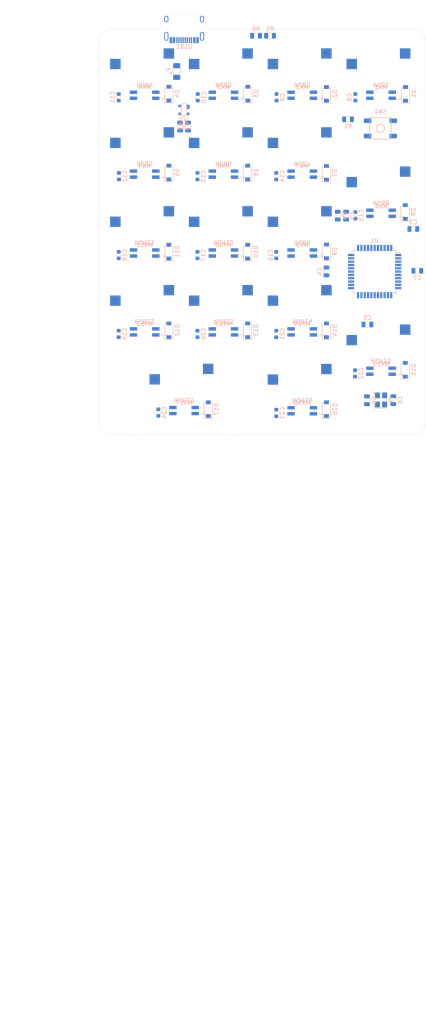
<source format=kicad_pcb>
(kicad_pcb (version 20200518) (host pcbnew "(5.99.0-1822-g1792479ca)")
  (title_block (title "Picopad") (date "2020-06-19") (rev "v01") (comment 1 "License Information: https://opensource.org/licenses/MIT") (comment 2 "License: MIT") (comment 3 "Author: Humphrey Kwok") (comment 4 "Hotswappable Cherry-MX keyboard PCB supports RGB backlights"))
  (layers (0 "F.Cu" signal) (31 "B.Cu" signal) (34 "B.Paste" user) (35 "F.Paste" user) (36 "B.SilkS" user) (37 "F.SilkS" user) (38 "B.Mask" user) (39 "F.Mask" user) (44 "Edge.Cuts" user))
  (net 0 "")
  (net 1 "GND")
  (net 2 "XTAL1")
  (net 3 "VCC")
  (net 4 "+5V")
  (net 5 "XTAL2")
  (net 6 "Net-(C7-Pad1)")
  (net 7 "Net-(D1-Pad2)")
  (net 8 "ROW0")
  (net 9 "Net-(D2-Pad2)")
  (net 10 "Net-(D3-Pad2)")
  (net 11 "Net-(D4-Pad2)")
  (net 12 "Net-(D5-Pad2)")
  (net 13 "ROW1")
  (net 14 "Net-(D6-Pad2)")
  (net 15 "Net-(D7-Pad2)")
  (net 16 "Net-(D8-Pad2)")
  (net 17 "ROW2")
  (net 18 "Net-(D9-Pad2)")
  (net 19 "Net-(D10-Pad2)")
  (net 20 "Net-(D11-Pad2)")
  (net 21 "Net-(D12-Pad2)")
  (net 22 "ROW3")
  (net 23 "Net-(D13-Pad2)")
  (net 24 "Net-(D14-Pad2)")
  (net 25 "Net-(D15-Pad2)")
  (net 26 "ROW4")
  (net 27 "Net-(D16-Pad2)")
  (net 28 "Net-(D17-Pad2)")
  (net 29 "COL0")
  (net 30 "Net-(R1-Pad2)")
  (net 31 "Net-(R2-Pad2)")
  (net 32 "D+")
  (net 33 "D-")
  (net 34 "Net-(R3-Pad1)")
  (net 35 "Net-(R4-Pad1)")
  (net 36 "Net-(R5-Pad2)")
  (net 37 "Net-(R6-Pad2)")
  (net 38 "Net-(RGB1-Pad2)")
  (net 39 "RGBLED")
  (net 40 "Net-(RGB2-Pad2)")
  (net 41 "Net-(RGB3-Pad2)")
  (net 42 "Net-(RGB4-Pad2)")
  (net 43 "Net-(RGB10-Pad2)")
  (net 44 "Net-(RGB6-Pad2)")
  (net 45 "Net-(RGB11-Pad4)")
  (net 46 "Net-(RGB7-Pad2)")
  (net 47 "Net-(RGB8-Pad2)")
  (net 48 "Net-(RGB10-Pad4)")
  (net 49 "Net-(RGB11-Pad2)")
  (net 50 "Net-(RGB12-Pad2)")
  (net 51 "Net-(RGB13-Pad2)")
  (net 52 "Net-(RGB14-Pad2)")
  (net 53 "Net-(RGB15-Pad2)")
  (net 54 "Net-(U1-Pad42)")
  (net 55 "Net-(U1-Pad41)")
  (net 56 "Net-(U1-Pad40)")
  (net 57 "Net-(U1-Pad39)")
  (net 58 "Net-(U1-Pad38)")
  (net 59 "Net-(U1-Pad37)")
  (net 60 "Net-(U1-Pad36)")
  (net 61 "Net-(U1-Pad32)")
  (net 62 "Net-(U1-Pad31)")
  (net 63 "Net-(U1-Pad30)")
  (net 64 "Net-(U1-Pad29)")
  (net 65 "Net-(U1-Pad28)")
  (net 66 "Net-(U1-Pad27)")
  (net 67 "Net-(U1-Pad26)")
  (net 68 "Net-(U1-Pad25)")
  (net 69 "Net-(U1-Pad22)")
  (net 70 "Net-(U1-Pad21)")
  (net 71 "Net-(U1-Pad20)")
  (net 72 "Net-(U1-Pad19)")
  (net 73 "Net-(U1-Pad18)")
  (net 74 "Net-(U1-Pad12)")
  (net 75 "Net-(U1-Pad10)")
  (net 76 "Net-(U1-Pad9)")
  (net 77 "Net-(U1-Pad8)")
  (net 78 "Net-(U1-Pad1)")
  (net 79 "Net-(USB1-Pad3)")
  (net 80 "Net-(USB1-Pad9)")
  (net 81 "Net-(RGB16-Pad4)")
  (net 82 "Net-(RGB17-Pad4)")
  (module "Capacitor_SMD:C_0603_1608Metric" (layer "B.Cu") (at 145.6865 140.409 90)
    (fp_text reference "C23" (at 0 1.43 90) (layer "B.SilkS") (effects (justify mirror)))
    (fp_text value "0.1uF")
    (pad "2" smd roundrect (at 0.7875 0 90) (size 0.875 0.95) (layers "B.Cu" "B.Paste" "B.Mask") (net 1 "GND"))
    (pad "1" smd roundrect (at -0.7875 0 90) (size 0.875 0.95) (layers "B.Cu" "B.Paste" "B.Mask") (net 4 "+5V"))
  )
  (module "Capacitor_SMD:C_0603_1608Metric" (layer "B.Cu") (at 117.175 140.32 90)
    (fp_text reference "C24" (at 0 1.43 90) (layer "B.SilkS") (effects (justify mirror)))
    (fp_text value "0.1uF")
    (pad "2" smd roundrect (at 0.7875 0 90) (size 0.875 0.95) (layers "B.Cu" "B.Paste" "B.Mask") (net 1 "GND"))
    (pad "1" smd roundrect (at -0.7875 0 90) (size 0.875 0.95) (layers "B.Cu" "B.Paste" "B.Mask") (net 4 "+5V"))
  )
  (module "picopad:WS2812B-3528" (layer "B.Cu") (at 123.389 139.8345 180)
    (fp_text reference "RGB17" (at 0 2.55 180 unlocked) (layer "B.SilkS") (effects (justify mirror)))
    (fp_text value "WS2812B")
    (fp_text user "1" (at -4 0.7 180 unlocked) (layer "B.SilkS") (effects (font (size 0.5 0.5) (thickness 0.05)) (justify mirror)))
    (fp_text user "GND" (at -4.572 -0.762 180 unlocked) (layer "B.SilkS") (effects (font (size 0.5 0.5) (thickness 0.05)) (justify mirror)))
    (pad "1" smd rect (at 2.7 0.73 180) (size 1.8 0.82) (layers "B.Cu" "B.Paste" "B.Mask") (net 4 "+5V"))
    (pad "2" smd rect (at 2.7 -0.73 180) (size 1.8 0.82) (layers "B.Cu" "B.Paste" "B.Mask") (net 81 "Net-(RGB16-Pad4)"))
    (pad "3" smd rect (at -2.7 -0.73 180) (size 1.8 0.82) (layers "B.Cu" "B.Paste" "B.Mask") (net 1 "GND"))
    (pad "4" smd rect (at -2.7 0.73 180) (size 1.8 0.82) (layers "B.Cu" "B.Paste" "B.Mask") (net 82 "Net-(RGB17-Pad4)"))
  )
  (module "picopad:WS2812B-3528" (layer "B.Cu") (at 151.964 139.8845 180)
    (fp_text reference "RGB16" (at 0 2.55 180 unlocked) (layer "B.SilkS") (effects (justify mirror)))
    (fp_text value "WS2812B")
    (fp_text user "1" (at -4 0.7 180 unlocked) (layer "B.SilkS") (effects (font (size 0.5 0.5) (thickness 0.05)) (justify mirror)))
    (fp_text user "GND" (at -4.572 -0.762 180 unlocked) (layer "B.SilkS") (effects (font (size 0.5 0.5) (thickness 0.05)) (justify mirror)))
    (pad "1" smd rect (at 2.7 0.73 180) (size 1.8 0.82) (layers "B.Cu" "B.Paste" "B.Mask") (net 4 "+5V"))
    (pad "2" smd rect (at 2.7 -0.73 180) (size 1.8 0.82) (layers "B.Cu" "B.Paste" "B.Mask") (net 53 "Net-(RGB15-Pad2)"))
    (pad "3" smd rect (at -2.7 -0.73 180) (size 1.8 0.82) (layers "B.Cu" "B.Paste" "B.Mask") (net 1 "GND"))
    (pad "4" smd rect (at -2.7 0.73 180) (size 1.8 0.82) (layers "B.Cu" "B.Paste" "B.Mask") (net 81 "Net-(RGB16-Pad4)"))
  )
  (module "picopad:WS2812B-3528" (layer "B.Cu") (at 171.014 130.3345 180)
    (fp_text reference "RGB15" (at 0 2.55 180 unlocked) (layer "B.SilkS") (effects (justify mirror)))
    (fp_text value "WS2812B")
    (fp_text user "1" (at -4 0.7 180 unlocked) (layer "B.SilkS") (effects (font (size 0.5 0.5) (thickness 0.05)) (justify mirror)))
    (fp_text user "GND" (at -4.572 -0.762 180 unlocked) (layer "B.SilkS") (effects (font (size 0.5 0.5) (thickness 0.05)) (justify mirror)))
    (pad "1" smd rect (at 2.7 0.73 180) (size 1.8 0.82) (layers "B.Cu" "B.Paste" "B.Mask") (net 4 "+5V"))
    (pad "2" smd rect (at 2.7 -0.73 180) (size 1.8 0.82) (layers "B.Cu" "B.Paste" "B.Mask") (net 53 "Net-(RGB15-Pad2)"))
    (pad "3" smd rect (at -2.7 -0.73 180) (size 1.8 0.82) (layers "B.Cu" "B.Paste" "B.Mask") (net 1 "GND"))
    (pad "4" smd rect (at -2.7 0.73 180) (size 1.8 0.82) (layers "B.Cu" "B.Paste" "B.Mask") (net 52 "Net-(RGB14-Pad2)"))
  )
  (module "picopad:WS2812B-3528" (layer "B.Cu") (at 151.964 120.8345 180)
    (fp_text reference "RGB14" (at 0 2.55 180 unlocked) (layer "B.SilkS") (effects (justify mirror)))
    (fp_text value "WS2812B")
    (fp_text user "1" (at -4 0.7 180 unlocked) (layer "B.SilkS") (effects (font (size 0.5 0.5) (thickness 0.05)) (justify mirror)))
    (fp_text user "GND" (at -4.572 -0.762 180 unlocked) (layer "B.SilkS") (effects (font (size 0.5 0.5) (thickness 0.05)) (justify mirror)))
    (pad "1" smd rect (at 2.7 0.73 180) (size 1.8 0.82) (layers "B.Cu" "B.Paste" "B.Mask") (net 4 "+5V"))
    (pad "2" smd rect (at 2.7 -0.73 180) (size 1.8 0.82) (layers "B.Cu" "B.Paste" "B.Mask") (net 52 "Net-(RGB14-Pad2)"))
    (pad "3" smd rect (at -2.7 -0.73 180) (size 1.8 0.82) (layers "B.Cu" "B.Paste" "B.Mask") (net 1 "GND"))
    (pad "4" smd rect (at -2.7 0.73 180) (size 1.8 0.82) (layers "B.Cu" "B.Paste" "B.Mask") (net 51 "Net-(RGB13-Pad2)"))
  )
  (module "picopad:WS2812B-3528" (layer "B.Cu") (at 132.914 120.8345 180)
    (fp_text reference "RGB13" (at 0 2.55 180 unlocked) (layer "B.SilkS") (effects (justify mirror)))
    (fp_text value "WS2812B")
    (fp_text user "1" (at -4 0.7 180 unlocked) (layer "B.SilkS") (effects (font (size 0.5 0.5) (thickness 0.05)) (justify mirror)))
    (fp_text user "GND" (at -4.572 -0.762 180 unlocked) (layer "B.SilkS") (effects (font (size 0.5 0.5) (thickness 0.05)) (justify mirror)))
    (pad "1" smd rect (at 2.7 0.73 180) (size 1.8 0.82) (layers "B.Cu" "B.Paste" "B.Mask") (net 4 "+5V"))
    (pad "2" smd rect (at 2.7 -0.73 180) (size 1.8 0.82) (layers "B.Cu" "B.Paste" "B.Mask") (net 51 "Net-(RGB13-Pad2)"))
    (pad "3" smd rect (at -2.7 -0.73 180) (size 1.8 0.82) (layers "B.Cu" "B.Paste" "B.Mask") (net 1 "GND"))
    (pad "4" smd rect (at -2.7 0.73 180) (size 1.8 0.82) (layers "B.Cu" "B.Paste" "B.Mask") (net 50 "Net-(RGB12-Pad2)"))
  )
  (module "picopad:WS2812B-3528" (layer "B.Cu") (at 113.864 120.8345 180)
    (fp_text reference "RGB12" (at 0 2.55 180 unlocked) (layer "B.SilkS") (effects (justify mirror)))
    (fp_text value "WS2812B")
    (fp_text user "1" (at -4 0.7 180 unlocked) (layer "B.SilkS") (effects (font (size 0.5 0.5) (thickness 0.05)) (justify mirror)))
    (fp_text user "GND" (at -4.572 -0.762 180 unlocked) (layer "B.SilkS") (effects (font (size 0.5 0.5) (thickness 0.05)) (justify mirror)))
    (pad "1" smd rect (at 2.7 0.73 180) (size 1.8 0.82) (layers "B.Cu" "B.Paste" "B.Mask") (net 4 "+5V"))
    (pad "2" smd rect (at 2.7 -0.73 180) (size 1.8 0.82) (layers "B.Cu" "B.Paste" "B.Mask") (net 50 "Net-(RGB12-Pad2)"))
    (pad "3" smd rect (at -2.7 -0.73 180) (size 1.8 0.82) (layers "B.Cu" "B.Paste" "B.Mask") (net 1 "GND"))
    (pad "4" smd rect (at -2.7 0.73 180) (size 1.8 0.82) (layers "B.Cu" "B.Paste" "B.Mask") (net 49 "Net-(RGB11-Pad2)"))
  )
  (module "picopad:WS2812B-3528" (layer "B.Cu") (at 113.864 101.7845 180)
    (fp_text reference "RGB11" (at 0 2.55 180 unlocked) (layer "B.SilkS") (effects (justify mirror)))
    (fp_text value "WS2812B")
    (fp_text user "1" (at -4 0.7 180 unlocked) (layer "B.SilkS") (effects (font (size 0.5 0.5) (thickness 0.05)) (justify mirror)))
    (fp_text user "GND" (at -4.572 -0.762 180 unlocked) (layer "B.SilkS") (effects (font (size 0.5 0.5) (thickness 0.05)) (justify mirror)))
    (pad "1" smd rect (at 2.7 0.73 180) (size 1.8 0.82) (layers "B.Cu" "B.Paste" "B.Mask") (net 4 "+5V"))
    (pad "2" smd rect (at 2.7 -0.73 180) (size 1.8 0.82) (layers "B.Cu" "B.Paste" "B.Mask") (net 49 "Net-(RGB11-Pad2)"))
    (pad "3" smd rect (at -2.7 -0.73 180) (size 1.8 0.82) (layers "B.Cu" "B.Paste" "B.Mask") (net 1 "GND"))
    (pad "4" smd rect (at -2.7 0.73 180) (size 1.8 0.82) (layers "B.Cu" "B.Paste" "B.Mask") (net 45 "Net-(RGB11-Pad4)"))
  )
  (module "picopad:WS2812B-3528" (layer "B.Cu") (at 132.914 101.7845 180)
    (fp_text reference "RGB10" (at 0 2.55 180 unlocked) (layer "B.SilkS") (effects (justify mirror)))
    (fp_text value "WS2812B")
    (fp_text user "1" (at -4 0.7 180 unlocked) (layer "B.SilkS") (effects (font (size 0.5 0.5) (thickness 0.05)) (justify mirror)))
    (fp_text user "GND" (at -4.572 -0.762 180 unlocked) (layer "B.SilkS") (effects (font (size 0.5 0.5) (thickness 0.05)) (justify mirror)))
    (pad "1" smd rect (at 2.7 0.73 180) (size 1.8 0.82) (layers "B.Cu" "B.Paste" "B.Mask") (net 4 "+5V"))
    (pad "2" smd rect (at 2.7 -0.73 180) (size 1.8 0.82) (layers "B.Cu" "B.Paste" "B.Mask") (net 43 "Net-(RGB10-Pad2)"))
    (pad "3" smd rect (at -2.7 -0.73 180) (size 1.8 0.82) (layers "B.Cu" "B.Paste" "B.Mask") (net 1 "GND"))
    (pad "4" smd rect (at -2.7 0.73 180) (size 1.8 0.82) (layers "B.Cu" "B.Paste" "B.Mask") (net 48 "Net-(RGB10-Pad4)"))
  )
  (module "picopad:WS2812B-3528" (layer "B.Cu") (at 151.964 101.7845 180)
    (fp_text reference "RGB9" (at 0 2.55 180 unlocked) (layer "B.SilkS") (effects (justify mirror)))
    (fp_text value "WS2812B")
    (fp_text user "1" (at -4 0.7 180 unlocked) (layer "B.SilkS") (effects (font (size 0.5 0.5) (thickness 0.05)) (justify mirror)))
    (fp_text user "GND" (at -4.572 -0.762 180 unlocked) (layer "B.SilkS") (effects (font (size 0.5 0.5) (thickness 0.05)) (justify mirror)))
    (pad "1" smd rect (at 2.7 0.73 180) (size 1.8 0.82) (layers "B.Cu" "B.Paste" "B.Mask") (net 4 "+5V"))
    (pad "2" smd rect (at 2.7 -0.73 180) (size 1.8 0.82) (layers "B.Cu" "B.Paste" "B.Mask") (net 48 "Net-(RGB10-Pad4)"))
    (pad "3" smd rect (at -2.7 -0.73 180) (size 1.8 0.82) (layers "B.Cu" "B.Paste" "B.Mask") (net 1 "GND"))
    (pad "4" smd rect (at -2.7 0.73 180) (size 1.8 0.82) (layers "B.Cu" "B.Paste" "B.Mask") (net 47 "Net-(RGB8-Pad2)"))
  )
  (module "picopad:WS2812B-3528" (layer "B.Cu") (at 171.014 92.1845 180)
    (fp_text reference "RGB8" (at 0 2.55 180 unlocked) (layer "B.SilkS") (effects (justify mirror)))
    (fp_text value "WS2812B")
    (fp_text user "1" (at -4 0.7 180 unlocked) (layer "B.SilkS") (effects (font (size 0.5 0.5) (thickness 0.05)) (justify mirror)))
    (fp_text user "GND" (at -4.572 -0.762 180 unlocked) (layer "B.SilkS") (effects (font (size 0.5 0.5) (thickness 0.05)) (justify mirror)))
    (pad "1" smd rect (at 2.7 0.73 180) (size 1.8 0.82) (layers "B.Cu" "B.Paste" "B.Mask") (net 4 "+5V"))
    (pad "2" smd rect (at 2.7 -0.73 180) (size 1.8 0.82) (layers "B.Cu" "B.Paste" "B.Mask") (net 47 "Net-(RGB8-Pad2)"))
    (pad "3" smd rect (at -2.7 -0.73 180) (size 1.8 0.82) (layers "B.Cu" "B.Paste" "B.Mask") (net 1 "GND"))
    (pad "4" smd rect (at -2.7 0.73 180) (size 1.8 0.82) (layers "B.Cu" "B.Paste" "B.Mask") (net 46 "Net-(RGB7-Pad2)"))
  )
  (module "picopad:WS2812B-3528" (layer "B.Cu") (at 151.964 82.7345 180)
    (fp_text reference "RGB7" (at 0 2.55 180 unlocked) (layer "B.SilkS") (effects (justify mirror)))
    (fp_text value "WS2812B")
    (fp_text user "1" (at -4 0.7 180 unlocked) (layer "B.SilkS") (effects (font (size 0.5 0.5) (thickness 0.05)) (justify mirror)))
    (fp_text user "GND" (at -4.572 -0.762 180 unlocked) (layer "B.SilkS") (effects (font (size 0.5 0.5) (thickness 0.05)) (justify mirror)))
    (pad "1" smd rect (at 2.7 0.73 180) (size 1.8 0.82) (layers "B.Cu" "B.Paste" "B.Mask") (net 4 "+5V"))
    (pad "2" smd rect (at 2.7 -0.73 180) (size 1.8 0.82) (layers "B.Cu" "B.Paste" "B.Mask") (net 46 "Net-(RGB7-Pad2)"))
    (pad "3" smd rect (at -2.7 -0.73 180) (size 1.8 0.82) (layers "B.Cu" "B.Paste" "B.Mask") (net 1 "GND"))
    (pad "4" smd rect (at -2.7 0.73 180) (size 1.8 0.82) (layers "B.Cu" "B.Paste" "B.Mask") (net 44 "Net-(RGB6-Pad2)"))
  )
  (module "picopad:WS2812B-3528" (layer "B.Cu") (at 132.914 82.7345 180)
    (fp_text reference "RGB6" (at 0 2.55 180 unlocked) (layer "B.SilkS") (effects (justify mirror)))
    (fp_text value "WS2812B")
    (fp_text user "1" (at -4 0.7 180 unlocked) (layer "B.SilkS") (effects (font (size 0.5 0.5) (thickness 0.05)) (justify mirror)))
    (fp_text user "GND" (at -4.572 -0.762 180 unlocked) (layer "B.SilkS") (effects (font (size 0.5 0.5) (thickness 0.05)) (justify mirror)))
    (pad "1" smd rect (at 2.7 0.73 180) (size 1.8 0.82) (layers "B.Cu" "B.Paste" "B.Mask") (net 4 "+5V"))
    (pad "2" smd rect (at 2.7 -0.73 180) (size 1.8 0.82) (layers "B.Cu" "B.Paste" "B.Mask") (net 44 "Net-(RGB6-Pad2)"))
    (pad "3" smd rect (at -2.7 -0.73 180) (size 1.8 0.82) (layers "B.Cu" "B.Paste" "B.Mask") (net 1 "GND"))
    (pad "4" smd rect (at -2.7 0.73 180) (size 1.8 0.82) (layers "B.Cu" "B.Paste" "B.Mask") (net 45 "Net-(RGB11-Pad4)"))
  )
  (module "picopad:WS2812B-3528" (layer "B.Cu") (at 113.864 82.7345 180)
    (fp_text reference "RGB5" (at 0 2.55 180 unlocked) (layer "B.SilkS") (effects (justify mirror)))
    (fp_text value "WS2812B")
    (fp_text user "1" (at -4 0.7 180 unlocked) (layer "B.SilkS") (effects (font (size 0.5 0.5) (thickness 0.05)) (justify mirror)))
    (fp_text user "GND" (at -4.572 -0.762 180 unlocked) (layer "B.SilkS") (effects (font (size 0.5 0.5) (thickness 0.05)) (justify mirror)))
    (pad "1" smd rect (at 2.7 0.73 180) (size 1.8 0.82) (layers "B.Cu" "B.Paste" "B.Mask") (net 4 "+5V"))
    (pad "2" smd rect (at 2.7 -0.73 180) (size 1.8 0.82) (layers "B.Cu" "B.Paste" "B.Mask") (net 43 "Net-(RGB10-Pad2)"))
    (pad "3" smd rect (at -2.7 -0.73 180) (size 1.8 0.82) (layers "B.Cu" "B.Paste" "B.Mask") (net 1 "GND"))
    (pad "4" smd rect (at -2.7 0.73 180) (size 1.8 0.82) (layers "B.Cu" "B.Paste" "B.Mask") (net 42 "Net-(RGB4-Pad2)"))
  )
  (module "picopad:WS2812B-3528" (layer "B.Cu") (at 113.864 63.6845 180)
    (fp_text reference "RGB4" (at 0 2.55 180 unlocked) (layer "B.SilkS") (effects (justify mirror)))
    (fp_text value "WS2812B")
    (fp_text user "1" (at -4 0.7 180 unlocked) (layer "B.SilkS") (effects (font (size 0.5 0.5) (thickness 0.05)) (justify mirror)))
    (fp_text user "GND" (at -4.572 -0.762 180 unlocked) (layer "B.SilkS") (effects (font (size 0.5 0.5) (thickness 0.05)) (justify mirror)))
    (pad "1" smd rect (at 2.7 0.73 180) (size 1.8 0.82) (layers "B.Cu" "B.Paste" "B.Mask") (net 4 "+5V"))
    (pad "2" smd rect (at 2.7 -0.73 180) (size 1.8 0.82) (layers "B.Cu" "B.Paste" "B.Mask") (net 42 "Net-(RGB4-Pad2)"))
    (pad "3" smd rect (at -2.7 -0.73 180) (size 1.8 0.82) (layers "B.Cu" "B.Paste" "B.Mask") (net 1 "GND"))
    (pad "4" smd rect (at -2.7 0.73 180) (size 1.8 0.82) (layers "B.Cu" "B.Paste" "B.Mask") (net 41 "Net-(RGB3-Pad2)"))
  )
  (module "picopad:WS2812B-3528" (layer "B.Cu") (at 132.914 63.6845 180)
    (fp_text reference "RGB3" (at 0 2.55 180 unlocked) (layer "B.SilkS") (effects (justify mirror)))
    (fp_text value "WS2812B")
    (fp_text user "1" (at -4 0.7 180 unlocked) (layer "B.SilkS") (effects (font (size 0.5 0.5) (thickness 0.05)) (justify mirror)))
    (fp_text user "GND" (at -4.572 -0.762 180 unlocked) (layer "B.SilkS") (effects (font (size 0.5 0.5) (thickness 0.05)) (justify mirror)))
    (pad "1" smd rect (at 2.7 0.73 180) (size 1.8 0.82) (layers "B.Cu" "B.Paste" "B.Mask") (net 4 "+5V"))
    (pad "2" smd rect (at 2.7 -0.73 180) (size 1.8 0.82) (layers "B.Cu" "B.Paste" "B.Mask") (net 41 "Net-(RGB3-Pad2)"))
    (pad "3" smd rect (at -2.7 -0.73 180) (size 1.8 0.82) (layers "B.Cu" "B.Paste" "B.Mask") (net 1 "GND"))
    (pad "4" smd rect (at -2.7 0.73 180) (size 1.8 0.82) (layers "B.Cu" "B.Paste" "B.Mask") (net 40 "Net-(RGB2-Pad2)"))
  )
  (module "picopad:WS2812B-3528" (layer "B.Cu") (at 151.964 63.6845 180)
    (fp_text reference "RGB2" (at 0 2.55 180 unlocked) (layer "B.SilkS") (effects (justify mirror)))
    (fp_text value "WS2812B")
    (fp_text user "1" (at -4 0.7 180 unlocked) (layer "B.SilkS") (effects (font (size 0.5 0.5) (thickness 0.05)) (justify mirror)))
    (fp_text user "GND" (at -4.572 -0.762 180 unlocked) (layer "B.SilkS") (effects (font (size 0.5 0.5) (thickness 0.05)) (justify mirror)))
    (pad "1" smd rect (at 2.7 0.73 180) (size 1.8 0.82) (layers "B.Cu" "B.Paste" "B.Mask") (net 4 "+5V"))
    (pad "2" smd rect (at 2.7 -0.73 180) (size 1.8 0.82) (layers "B.Cu" "B.Paste" "B.Mask") (net 40 "Net-(RGB2-Pad2)"))
    (pad "3" smd rect (at -2.7 -0.73 180) (size 1.8 0.82) (layers "B.Cu" "B.Paste" "B.Mask") (net 1 "GND"))
    (pad "4" smd rect (at -2.7 0.73 180) (size 1.8 0.82) (layers "B.Cu" "B.Paste" "B.Mask") (net 38 "Net-(RGB1-Pad2)"))
  )
  (module "picopad:WS2812B-3528" (layer "B.Cu") (at 171.014 63.6845 180)
    (fp_text reference "RGB1" (at 0 2.55 180 unlocked) (layer "B.SilkS") (effects (justify mirror)))
    (fp_text value "WS2812B")
    (fp_text user "1" (at -4 0.7 180 unlocked) (layer "B.SilkS") (effects (font (size 0.5 0.5) (thickness 0.05)) (justify mirror)))
    (fp_text user "GND" (at -4.572 -0.762 180 unlocked) (layer "B.SilkS") (effects (font (size 0.5 0.5) (thickness 0.05)) (justify mirror)))
    (pad "1" smd rect (at 2.7 0.73 180) (size 1.8 0.82) (layers "B.Cu" "B.Paste" "B.Mask") (net 4 "+5V"))
    (pad "2" smd rect (at 2.7 -0.73 180) (size 1.8 0.82) (layers "B.Cu" "B.Paste" "B.Mask") (net 38 "Net-(RGB1-Pad2)"))
    (pad "3" smd rect (at -2.7 -0.73 180) (size 1.8 0.82) (layers "B.Cu" "B.Paste" "B.Mask") (net 1 "GND"))
    (pad "4" smd rect (at -2.7 0.73 180) (size 1.8 0.82) (layers "B.Cu" "B.Paste" "B.Mask") (net 39 "RGBLED"))
  )
  (module "Crystal:Crystal_SMD_3225-4Pin_3.2x2.5mm" (layer "B.Cu") (at 171.0119 137.257727 90)
    (fp_text reference "Y1" (at 0 2.45 90) (layer "B.SilkS") (effects (justify mirror)))
    (fp_text value "16MHz")
    (pad "4" smd rect (at -1.1 0.85 90) (size 1.4 1.2) (layers "B.Cu" "B.Paste" "B.Mask") (net 1 "GND"))
    (pad "3" smd rect (at 1.1 0.85 90) (size 1.4 1.2) (layers "B.Cu" "B.Paste" "B.Mask") (net 5 "XTAL2"))
    (pad "2" smd rect (at 1.1 -0.85 90) (size 1.4 1.2) (layers "B.Cu" "B.Paste" "B.Mask") (net 1 "GND"))
    (pad "1" smd rect (at -1.1 -0.85 90) (size 1.4 1.2) (layers "B.Cu" "B.Paste" "B.Mask") (net 2 "XTAL1"))
  )
  (module "Type-C:HRO-TYPE-C-31-M-12" (layer "B.Cu") (at 123.414 42.6845)
    (fp_text reference "USB1" (at 0 9.25) (layer "B.SilkS") (effects (justify mirror)))
    (fp_text value "HRO-TYPE-C-31-M-12")
    (pad "12" smd rect (at 3.225 7.695) (size 0.6 1.45) (layers "B.Cu" "B.Paste" "B.Mask") (net 1 "GND"))
    (pad "1" smd rect (at -3.225 7.695) (size 0.6 1.45) (layers "B.Cu" "B.Paste" "B.Mask") (net 1 "GND"))
    (pad "11" smd rect (at 2.45 7.695) (size 0.6 1.45) (layers "B.Cu" "B.Paste" "B.Mask") (net 3 "VCC"))
    (pad "2" smd rect (at -2.45 7.695) (size 0.6 1.45) (layers "B.Cu" "B.Paste" "B.Mask") (net 3 "VCC"))
    (pad "3" smd rect (at -1.75 7.695) (size 0.3 1.45) (layers "B.Cu" "B.Paste" "B.Mask") (net 79 "Net-(USB1-Pad3)"))
    (pad "10" smd rect (at 1.75 7.695) (size 0.3 1.45) (layers "B.Cu" "B.Paste" "B.Mask") (net 37 "Net-(R6-Pad2)"))
    (pad "4" smd rect (at -1.25 7.695) (size 0.3 1.45) (layers "B.Cu" "B.Paste" "B.Mask") (net 36 "Net-(R5-Pad2)"))
    (pad "9" smd rect (at 1.25 7.695) (size 0.3 1.45) (layers "B.Cu" "B.Paste" "B.Mask") (net 80 "Net-(USB1-Pad9)"))
    (pad "5" smd rect (at -0.75 7.695) (size 0.3 1.45) (layers "B.Cu" "B.Paste" "B.Mask") (net 33 "D-"))
    (pad "8" smd rect (at 0.75 7.695) (size 0.3 1.45) (layers "B.Cu" "B.Paste" "B.Mask") (net 32 "D+"))
    (pad "7" smd rect (at 0.25 7.695) (size 0.3 1.45) (layers "B.Cu" "B.Paste" "B.Mask") (net 33 "D-"))
    (pad "6" smd rect (at -0.25 7.695) (size 0.3 1.45) (layers "B.Cu" "B.Paste" "B.Mask") (net 32 "D+"))
    (pad "" np_thru_hole circle (at 2.89 6.25) (size 0.65 0.65) (drill 0.65) (layers *.Cu *.Mask))
    (pad "" np_thru_hole circle (at -2.89 6.25) (size 0.65 0.65) (drill 0.65) (layers *.Cu *.Mask))
    (pad "13" thru_hole oval (at -4.32 6.78) (size 1 2.1) (drill oval 0.6 1.7) (layers *.Cu "F.Mask") (net 1 "GND"))
    (pad "13" thru_hole oval (at 4.32 6.78) (size 1 2.1) (drill oval 0.6 1.7) (layers *.Cu "F.Mask") (net 1 "GND"))
    (pad "13" thru_hole oval (at -4.32 2.6) (size 1 1.6) (drill oval 0.6 1.2) (layers *.Cu "F.Mask") (net 1 "GND"))
    (pad "13" thru_hole oval (at 4.32 2.6) (size 1 1.6) (drill oval 0.6 1.2) (layers *.Cu "F.Mask") (net 1 "GND"))
  )
  (module "Random-keyboard-parts:SOT143B" (layer "B.Cu") (at 123.3726 67.2315 180)
    (fp_text reference "U2" (at 0 -2.45) (layer "B.SilkS") (effects (justify mirror)))
    (fp_text value "PRTR5V0U2X")
    (pad "1" smd rect (at -1 0.75 270) (size 1 0.7) (layers "B.Cu" "B.Paste" "B.Mask") (net 1 "GND"))
    (pad "4" smd rect (at 1 0.95 270) (size 0.6 0.7) (layers "B.Cu" "B.Paste" "B.Mask") (net 3 "VCC"))
    (pad "2" smd rect (at -1 -0.95 270) (size 0.6 0.7) (layers "B.Cu" "B.Paste" "B.Mask") (net 32 "D+"))
    (pad "3" smd rect (at 1 -0.95 270) (size 0.6 0.7) (layers "B.Cu" "B.Paste" "B.Mask") (net 33 "D-"))
  )
  (module "Package_QFP:TQFP-44_10x10mm_P0.8mm" (layer "B.Cu") (at 169.4736 106.2713 180)
    (fp_text reference "U1" (at 0 7.45) (layer "B.SilkS") (effects (justify mirror)))
    (fp_text value "ATmega32U4-AU")
    (pad "44" smd rect (at -4 5.7 90) (size 1.5 0.55) (layers "B.Cu" "B.Paste" "B.Mask") (net 4 "+5V"))
    (pad "43" smd rect (at -3.2 5.7 90) (size 1.5 0.55) (layers "B.Cu" "B.Paste" "B.Mask") (net 1 "GND"))
    (pad "42" smd rect (at -2.4 5.7 90) (size 1.5 0.55) (layers "B.Cu" "B.Paste" "B.Mask") (net 54 "Net-(U1-Pad42)"))
    (pad "41" smd rect (at -1.6 5.7 90) (size 1.5 0.55) (layers "B.Cu" "B.Paste" "B.Mask") (net 55 "Net-(U1-Pad41)"))
    (pad "40" smd rect (at -0.8 5.7 90) (size 1.5 0.55) (layers "B.Cu" "B.Paste" "B.Mask") (net 56 "Net-(U1-Pad40)"))
    (pad "39" smd rect (at 0 5.7 90) (size 1.5 0.55) (layers "B.Cu" "B.Paste" "B.Mask") (net 57 "Net-(U1-Pad39)"))
    (pad "38" smd rect (at 0.8 5.7 90) (size 1.5 0.55) (layers "B.Cu" "B.Paste" "B.Mask") (net 58 "Net-(U1-Pad38)"))
    (pad "37" smd rect (at 1.6 5.7 90) (size 1.5 0.55) (layers "B.Cu" "B.Paste" "B.Mask") (net 59 "Net-(U1-Pad37)"))
    (pad "36" smd rect (at 2.4 5.7 90) (size 1.5 0.55) (layers "B.Cu" "B.Paste" "B.Mask") (net 60 "Net-(U1-Pad36)"))
    (pad "35" smd rect (at 3.2 5.7 90) (size 1.5 0.55) (layers "B.Cu" "B.Paste" "B.Mask") (net 1 "GND"))
    (pad "34" smd rect (at 4 5.7 90) (size 1.5 0.55) (layers "B.Cu" "B.Paste" "B.Mask") (net 4 "+5V"))
    (pad "33" smd rect (at 5.7 4 180) (size 1.5 0.55) (layers "B.Cu" "B.Paste" "B.Mask") (net 35 "Net-(R4-Pad1)"))
    (pad "32" smd rect (at 5.7 3.2 180) (size 1.5 0.55) (layers "B.Cu" "B.Paste" "B.Mask") (net 61 "Net-(U1-Pad32)"))
    (pad "31" smd rect (at 5.7 2.4 180) (size 1.5 0.55) (layers "B.Cu" "B.Paste" "B.Mask") (net 62 "Net-(U1-Pad31)"))
    (pad "30" smd rect (at 5.7 1.6 180) (size 1.5 0.55) (layers "B.Cu" "B.Paste" "B.Mask") (net 63 "Net-(U1-Pad30)"))
    (pad "29" smd rect (at 5.7 0.8 180) (size 1.5 0.55) (layers "B.Cu" "B.Paste" "B.Mask") (net 64 "Net-(U1-Pad29)"))
    (pad "28" smd rect (at 5.7 0 180) (size 1.5 0.55) (layers "B.Cu" "B.Paste" "B.Mask") (net 65 "Net-(U1-Pad28)"))
    (pad "27" smd rect (at 5.7 -0.8 180) (size 1.5 0.55) (layers "B.Cu" "B.Paste" "B.Mask") (net 66 "Net-(U1-Pad27)"))
    (pad "26" smd rect (at 5.7 -1.6 180) (size 1.5 0.55) (layers "B.Cu" "B.Paste" "B.Mask") (net 67 "Net-(U1-Pad26)"))
    (pad "25" smd rect (at 5.7 -2.4 180) (size 1.5 0.55) (layers "B.Cu" "B.Paste" "B.Mask") (net 68 "Net-(U1-Pad25)"))
    (pad "24" smd rect (at 5.7 -3.2 180) (size 1.5 0.55) (layers "B.Cu" "B.Paste" "B.Mask") (net 4 "+5V"))
    (pad "23" smd rect (at 5.7 -4 180) (size 1.5 0.55) (layers "B.Cu" "B.Paste" "B.Mask") (net 1 "GND"))
    (pad "22" smd rect (at 4 -5.7 90) (size 1.5 0.55) (layers "B.Cu" "B.Paste" "B.Mask") (net 69 "Net-(U1-Pad22)"))
    (pad "21" smd rect (at 3.2 -5.7 90) (size 1.5 0.55) (layers "B.Cu" "B.Paste" "B.Mask") (net 70 "Net-(U1-Pad21)"))
    (pad "20" smd rect (at 2.4 -5.7 90) (size 1.5 0.55) (layers "B.Cu" "B.Paste" "B.Mask") (net 71 "Net-(U1-Pad20)"))
    (pad "19" smd rect (at 1.6 -5.7 90) (size 1.5 0.55) (layers "B.Cu" "B.Paste" "B.Mask") (net 72 "Net-(U1-Pad19)"))
    (pad "18" smd rect (at 0.8 -5.7 90) (size 1.5 0.55) (layers "B.Cu" "B.Paste" "B.Mask") (net 73 "Net-(U1-Pad18)"))
    (pad "17" smd rect (at 0 -5.7 90) (size 1.5 0.55) (layers "B.Cu" "B.Paste" "B.Mask") (net 2 "XTAL1"))
    (pad "16" smd rect (at -0.8 -5.7 90) (size 1.5 0.55) (layers "B.Cu" "B.Paste" "B.Mask") (net 5 "XTAL2"))
    (pad "15" smd rect (at -1.6 -5.7 90) (size 1.5 0.55) (layers "B.Cu" "B.Paste" "B.Mask") (net 1 "GND"))
    (pad "14" smd rect (at -2.4 -5.7 90) (size 1.5 0.55) (layers "B.Cu" "B.Paste" "B.Mask") (net 4 "+5V"))
    (pad "13" smd rect (at -3.2 -5.7 90) (size 1.5 0.55) (layers "B.Cu" "B.Paste" "B.Mask") (net 30 "Net-(R1-Pad2)"))
    (pad "12" smd rect (at -4 -5.7 90) (size 1.5 0.55) (layers "B.Cu" "B.Paste" "B.Mask") (net 74 "Net-(U1-Pad12)"))
    (pad "11" smd rect (at -5.7 -4 180) (size 1.5 0.55) (layers "B.Cu" "B.Paste" "B.Mask") (net 39 "RGBLED"))
    (pad "10" smd rect (at -5.7 -3.2 180) (size 1.5 0.55) (layers "B.Cu" "B.Paste" "B.Mask") (net 75 "Net-(U1-Pad10)"))
    (pad "9" smd rect (at -5.7 -2.4 180) (size 1.5 0.55) (layers "B.Cu" "B.Paste" "B.Mask") (net 76 "Net-(U1-Pad9)"))
    (pad "8" smd rect (at -5.7 -1.6 180) (size 1.5 0.55) (layers "B.Cu" "B.Paste" "B.Mask") (net 77 "Net-(U1-Pad8)"))
    (pad "7" smd rect (at -5.7 -0.8 180) (size 1.5 0.55) (layers "B.Cu" "B.Paste" "B.Mask") (net 4 "+5V"))
    (pad "6" smd rect (at -5.7 0 180) (size 1.5 0.55) (layers "B.Cu" "B.Paste" "B.Mask") (net 6 "Net-(C7-Pad1)"))
    (pad "5" smd rect (at -5.7 0.8 180) (size 1.5 0.55) (layers "B.Cu" "B.Paste" "B.Mask") (net 1 "GND"))
    (pad "4" smd rect (at -5.7 1.6 180) (size 1.5 0.55) (layers "B.Cu" "B.Paste" "B.Mask") (net 31 "Net-(R2-Pad2)"))
    (pad "3" smd rect (at -5.7 2.4 180) (size 1.5 0.55) (layers "B.Cu" "B.Paste" "B.Mask") (net 34 "Net-(R3-Pad1)"))
    (pad "2" smd rect (at -5.7 3.2 180) (size 1.5 0.55) (layers "B.Cu" "B.Paste" "B.Mask") (net 4 "+5V"))
    (pad "1" smd rect (at -5.7 4 180) (size 1.5 0.55) (layers "B.Cu" "B.Paste" "B.Mask") (net 78 "Net-(U1-Pad1)"))
  )
  (module "Random-keyboard-parts:SKQG-1155865" (layer "B.Cu") (at 170.864 71.6845)
    (fp_text reference "SW1" (at 0 -4.064) (layer "B.SilkS") (effects (justify mirror)))
    (fp_text value "SW_Push")
    (pad "4" smd rect (at -3.1 -1.85) (size 1.8 1.1) (layers "B.Cu" "B.Paste" "B.Mask"))
    (pad "3" smd rect (at 3.1 1.85) (size 1.8 1.1) (layers "B.Cu" "B.Paste" "B.Mask"))
    (pad "2" smd rect (at -3.1 1.85) (size 1.8 1.1) (layers "B.Cu" "B.Paste" "B.Mask") (net 30 "Net-(R1-Pad2)"))
    (pad "1" smd rect (at 3.1 -1.85) (size 1.8 1.1) (layers "B.Cu" "B.Paste" "B.Mask") (net 1 "GND"))
  )
  (module "Resistor_SMD:R_0805_2012Metric" (layer "B.Cu") (at 140.797 49.3245 180)
    (fp_text reference "R6" (at 0 1.65) (layer "B.SilkS") (effects (justify mirror)))
    (fp_text value "51k")
    (pad "2" smd roundrect (at 0.9375 0 180) (size 0.975 1.4) (layers "B.Cu" "B.Paste" "B.Mask") (net 37 "Net-(R6-Pad2)"))
    (pad "1" smd roundrect (at -0.9375 0 180) (size 0.975 1.4) (layers "B.Cu" "B.Paste" "B.Mask") (net 1 "GND"))
  )
  (module "Resistor_SMD:R_0805_2012Metric" (layer "B.Cu") (at 144.1775 49.3245 180)
    (fp_text reference "R5" (at 0 1.65) (layer "B.SilkS") (effects (justify mirror)))
    (fp_text value "51k")
    (pad "2" smd roundrect (at 0.9375 0 180) (size 0.975 1.4) (layers "B.Cu" "B.Paste" "B.Mask") (net 36 "Net-(R5-Pad2)"))
    (pad "1" smd roundrect (at -0.9375 0 180) (size 0.975 1.4) (layers "B.Cu" "B.Paste" "B.Mask") (net 1 "GND"))
  )
  (module "Resistor_SMD:R_0805_2012Metric" (layer "B.Cu") (at 160.5455 92.7585 90)
    (fp_text reference "R4" (at 0 1.65 90) (layer "B.SilkS") (effects (justify mirror)))
    (fp_text value "10k")
    (pad "2" smd roundrect (at 0.9375 0 90) (size 0.975 1.4) (layers "B.Cu" "B.Paste" "B.Mask") (net 1 "GND"))
    (pad "1" smd roundrect (at -0.9375 0 90) (size 0.975 1.4) (layers "B.Cu" "B.Paste" "B.Mask") (net 35 "Net-(R4-Pad1)"))
  )
  (module "Resistor_SMD:R_0805_2012Metric" (layer "B.Cu") (at 122.4455 71.2447 90)
    (fp_text reference "R3" (at 0 1.65 90) (layer "B.SilkS") (effects (justify mirror)))
    (fp_text value "22")
    (pad "2" smd roundrect (at 0.9375 0 90) (size 0.975 1.4) (layers "B.Cu" "B.Paste" "B.Mask") (net 33 "D-"))
    (pad "1" smd roundrect (at -0.9375 0 90) (size 0.975 1.4) (layers "B.Cu" "B.Paste" "B.Mask") (net 34 "Net-(R3-Pad1)"))
  )
  (module "Resistor_SMD:R_0805_2012Metric" (layer "B.Cu") (at 124.3505 71.2447 -90)
    (fp_text reference "R2" (at 0 1.65 90) (layer "B.SilkS") (effects (justify mirror)))
    (fp_text value "22")
    (pad "2" smd roundrect (at 0.9375 0 270) (size 0.975 1.4) (layers "B.Cu" "B.Paste" "B.Mask") (net 31 "Net-(R2-Pad2)"))
    (pad "1" smd roundrect (at -0.9375 0 270) (size 0.975 1.4) (layers "B.Cu" "B.Paste" "B.Mask") (net 32 "D+"))
  )
  (module "Resistor_SMD:R_0805_2012Metric" (layer "B.Cu") (at 163.0347 69.5048)
    (fp_text reference "R1" (at 0 1.65) (layer "B.SilkS") (effects (justify mirror)))
    (fp_text value "10k")
    (pad "2" smd roundrect (at 0.9375 0) (size 0.975 1.4) (layers "B.Cu" "B.Paste" "B.Mask") (net 30 "Net-(R1-Pad2)"))
    (pad "1" smd roundrect (at -0.9375 0) (size 0.975 1.4) (layers "B.Cu" "B.Paste" "B.Mask") (net 4 "+5V"))
  )
  (module "picopad:MXOnly-2U-Hotswap-Vertical" (layer "F.Cu") (at 171.014 125.3595)
    (fp_text reference "MX15")
    (fp_text value "NUMPAD_ENTER")
    (fp_text user "${REFERENCE}" (at 0.1 3.248) (layer "B.SilkS") (effects (justify mirror)))
    (pad "" np_thru_hole circle (at -8.255 -11.938 270) (size 3.9878 3.9878) (drill 3.9878) (layers *.Cu *.Mask))
    (pad "" np_thru_hole circle (at -8.255 11.938 270) (size 3.9878 3.9878) (drill 3.9878) (layers *.Cu *.Mask))
    (pad "" np_thru_hole circle (at 6.985 -11.938 270) (size 3.048 3.048) (drill 3.048) (layers *.Cu *.Mask))
    (pad "" np_thru_hole circle (at 6.985 11.938 270) (size 3.048 3.048) (drill 3.048) (layers *.Cu *.Mask))
    (pad "2" smd rect (at 5.842 -5.08) (size 2.55 2.5) (layers "B.Cu" "B.Paste" "B.Mask") (net 28 "Net-(D17-Pad2)"))
    (pad "1" smd rect (at -7.085 -2.54) (size 2.55 2.5) (layers "B.Cu" "B.Paste" "B.Mask") (net 29 "COL0"))
    (pad "" np_thru_hole circle (at 5.08 0 48.0996) (size 1.75 1.75) (drill 1.75) (layers *.Cu *.Mask))
    (pad "" np_thru_hole circle (at -5.08 0 48.0996) (size 1.75 1.75) (drill 1.75) (layers *.Cu *.Mask))
    (pad "" np_thru_hole circle (at -3.81 -2.54) (size 3 3) (drill 3) (layers *.Cu *.Mask))
    (pad "" np_thru_hole circle (at 0 0) (size 3.9878 3.9878) (drill 3.9878) (layers *.Cu *.Mask))
    (pad "" np_thru_hole circle (at 2.54 -5.08) (size 3 3) (drill 3) (layers *.Cu *.Mask))
  )
  (module "picopad:MXOnly-1U-Hotswap" (layer "F.Cu") (at 151.964 134.8845)
    (fp_text reference "MX16")
    (fp_text value "NUMPAD_DOT")
    (fp_text user "${REFERENCE}" (at 0 3.048) (layer "B.SilkS") (effects (justify mirror)))
    (pad "2" smd rect (at 5.842 -5.08) (size 2.55 2.5) (layers "B.Cu" "B.Paste" "B.Mask") (net 27 "Net-(D16-Pad2)"))
    (pad "1" smd rect (at -7.085 -2.54) (size 2.55 2.5) (layers "B.Cu" "B.Paste" "B.Mask") (net 29 "COL0"))
    (pad "" np_thru_hole circle (at 5.08 0 48.0996) (size 1.75 1.75) (drill 1.75) (layers *.Cu *.Mask))
    (pad "" np_thru_hole circle (at -5.08 0 48.0996) (size 1.75 1.75) (drill 1.75) (layers *.Cu *.Mask))
    (pad "" np_thru_hole circle (at -3.81 -2.54) (size 3 3) (drill 3) (layers *.Cu *.Mask))
    (pad "" np_thru_hole circle (at 0 0) (size 3.9878 3.9878) (drill 3.9878) (layers *.Cu *.Mask))
    (pad "" np_thru_hole circle (at 2.54 -5.08) (size 3 3) (drill 3) (layers *.Cu *.Mask))
  )
  (module "picopad:MXOnly-2U-Hotswap" (layer "F.Cu") (at 123.389 134.8345)
    (fp_text reference "MX17")
    (fp_text value "NUMPAD_0")
    (fp_text user "${REFERENCE}" (at 0 3.048) (layer "B.SilkS") (effects (justify mirror)))
    (pad "" np_thru_hole circle (at -11.938 8.255) (size 3.9878 3.9878) (drill 3.9878) (layers *.Cu *.Mask))
    (pad "" np_thru_hole circle (at 11.938 8.255) (size 3.9878 3.9878) (drill 3.9878) (layers *.Cu *.Mask))
    (pad "" np_thru_hole circle (at -11.938 -6.985) (size 3.048 3.048) (drill 3.048) (layers *.Cu *.Mask))
    (pad "" np_thru_hole circle (at 11.938 -6.985) (size 3.048 3.048) (drill 3.048) (layers *.Cu *.Mask))
    (pad "2" smd rect (at 5.842 -5.08) (size 2.55 2.5) (layers "B.Cu" "B.Paste" "B.Mask") (net 25 "Net-(D15-Pad2)"))
    (pad "1" smd rect (at -7.085 -2.54) (size 2.55 2.5) (layers "B.Cu" "B.Paste" "B.Mask") (net 29 "COL0"))
    (pad "" np_thru_hole circle (at 5.08 0 48.0996) (size 1.75 1.75) (drill 1.75) (layers *.Cu *.Mask))
    (pad "" np_thru_hole circle (at -5.08 0 48.0996) (size 1.75 1.75) (drill 1.75) (layers *.Cu *.Mask))
    (pad "" np_thru_hole circle (at -3.81 -2.54) (size 3 3) (drill 3) (layers *.Cu *.Mask))
    (pad "" np_thru_hole circle (at 0 0) (size 3.9878 3.9878) (drill 3.9878) (layers *.Cu *.Mask))
    (pad "" np_thru_hole circle (at 2.54 -5.08) (size 3 3) (drill 3) (layers *.Cu *.Mask))
  )
  (module "picopad:MXOnly-1U-Hotswap" (layer "F.Cu") (at 151.964 115.8345)
    (fp_text reference "MX14")
    (fp_text value "NUMPAD_3")
    (fp_text user "${REFERENCE}" (at 0 3.048) (layer "B.SilkS") (effects (justify mirror)))
    (pad "2" smd rect (at 5.842 -5.08) (size 2.55 2.5) (layers "B.Cu" "B.Paste" "B.Mask") (net 24 "Net-(D14-Pad2)"))
    (pad "1" smd rect (at -7.085 -2.54) (size 2.55 2.5) (layers "B.Cu" "B.Paste" "B.Mask") (net 29 "COL0"))
    (pad "" np_thru_hole circle (at 5.08 0 48.0996) (size 1.75 1.75) (drill 1.75) (layers *.Cu *.Mask))
    (pad "" np_thru_hole circle (at -5.08 0 48.0996) (size 1.75 1.75) (drill 1.75) (layers *.Cu *.Mask))
    (pad "" np_thru_hole circle (at -3.81 -2.54) (size 3 3) (drill 3) (layers *.Cu *.Mask))
    (pad "" np_thru_hole circle (at 0 0) (size 3.9878 3.9878) (drill 3.9878) (layers *.Cu *.Mask))
    (pad "" np_thru_hole circle (at 2.54 -5.08) (size 3 3) (drill 3) (layers *.Cu *.Mask))
  )
  (module "picopad:MXOnly-1U-Hotswap" (layer "F.Cu") (at 132.914 115.8345)
    (fp_text reference "MX13")
    (fp_text value "NUMPAD_2")
    (fp_text user "${REFERENCE}" (at 0 3.048) (layer "B.SilkS") (effects (justify mirror)))
    (pad "2" smd rect (at 5.842 -5.08) (size 2.55 2.5) (layers "B.Cu" "B.Paste" "B.Mask") (net 23 "Net-(D13-Pad2)"))
    (pad "1" smd rect (at -7.085 -2.54) (size 2.55 2.5) (layers "B.Cu" "B.Paste" "B.Mask") (net 29 "COL0"))
    (pad "" np_thru_hole circle (at 5.08 0 48.0996) (size 1.75 1.75) (drill 1.75) (layers *.Cu *.Mask))
    (pad "" np_thru_hole circle (at -5.08 0 48.0996) (size 1.75 1.75) (drill 1.75) (layers *.Cu *.Mask))
    (pad "" np_thru_hole circle (at -3.81 -2.54) (size 3 3) (drill 3) (layers *.Cu *.Mask))
    (pad "" np_thru_hole circle (at 0 0) (size 3.9878 3.9878) (drill 3.9878) (layers *.Cu *.Mask))
    (pad "" np_thru_hole circle (at 2.54 -5.08) (size 3 3) (drill 3) (layers *.Cu *.Mask))
  )
  (module "picopad:MXOnly-1U-Hotswap" (layer "F.Cu") (at 113.864 115.8345)
    (fp_text reference "MX12")
    (fp_text value "NUMPAD_1")
    (fp_text user "${REFERENCE}" (at 0 3.048) (layer "B.SilkS") (effects (justify mirror)))
    (pad "2" smd rect (at 5.842 -5.08) (size 2.55 2.5) (layers "B.Cu" "B.Paste" "B.Mask") (net 21 "Net-(D12-Pad2)"))
    (pad "1" smd rect (at -7.085 -2.54) (size 2.55 2.5) (layers "B.Cu" "B.Paste" "B.Mask") (net 29 "COL0"))
    (pad "" np_thru_hole circle (at 5.08 0 48.0996) (size 1.75 1.75) (drill 1.75) (layers *.Cu *.Mask))
    (pad "" np_thru_hole circle (at -5.08 0 48.0996) (size 1.75 1.75) (drill 1.75) (layers *.Cu *.Mask))
    (pad "" np_thru_hole circle (at -3.81 -2.54) (size 3 3) (drill 3) (layers *.Cu *.Mask))
    (pad "" np_thru_hole circle (at 0 0) (size 3.9878 3.9878) (drill 3.9878) (layers *.Cu *.Mask))
    (pad "" np_thru_hole circle (at 2.54 -5.08) (size 3 3) (drill 3) (layers *.Cu *.Mask))
  )
  (module "picopad:MXOnly-2U-Hotswap-Vertical" (layer "F.Cu") (at 171.014 87.2095)
    (fp_text reference "MX8")
    (fp_text value "NUMPAD_PLUS")
    (fp_text user "${REFERENCE}" (at 0.1 3.248) (layer "B.SilkS") (effects (justify mirror)))
    (pad "" np_thru_hole circle (at -8.255 -11.938 270) (size 3.9878 3.9878) (drill 3.9878) (layers *.Cu *.Mask))
    (pad "" np_thru_hole circle (at -8.255 11.938 270) (size 3.9878 3.9878) (drill 3.9878) (layers *.Cu *.Mask))
    (pad "" np_thru_hole circle (at 6.985 -11.938 270) (size 3.048 3.048) (drill 3.048) (layers *.Cu *.Mask))
    (pad "" np_thru_hole circle (at 6.985 11.938 270) (size 3.048 3.048) (drill 3.048) (layers *.Cu *.Mask))
    (pad "2" smd rect (at 5.842 -5.08) (size 2.55 2.5) (layers "B.Cu" "B.Paste" "B.Mask") (net 20 "Net-(D11-Pad2)"))
    (pad "1" smd rect (at -7.085 -2.54) (size 2.55 2.5) (layers "B.Cu" "B.Paste" "B.Mask") (net 29 "COL0"))
    (pad "" np_thru_hole circle (at 5.08 0 48.0996) (size 1.75 1.75) (drill 1.75) (layers *.Cu *.Mask))
    (pad "" np_thru_hole circle (at -5.08 0 48.0996) (size 1.75 1.75) (drill 1.75) (layers *.Cu *.Mask))
    (pad "" np_thru_hole circle (at -3.81 -2.54) (size 3 3) (drill 3) (layers *.Cu *.Mask))
    (pad "" np_thru_hole circle (at 0 0) (size 3.9878 3.9878) (drill 3.9878) (layers *.Cu *.Mask))
    (pad "" np_thru_hole circle (at 2.54 -5.08) (size 3 3) (drill 3) (layers *.Cu *.Mask))
  )
  (module "picopad:MXOnly-1U-Hotswap" (layer "F.Cu") (at 151.964 96.7845)
    (fp_text reference "MX9")
    (fp_text value "NUMPAD_6")
    (fp_text user "${REFERENCE}" (at 0 3.048) (layer "B.SilkS") (effects (justify mirror)))
    (pad "2" smd rect (at 5.842 -5.08) (size 2.55 2.5) (layers "B.Cu" "B.Paste" "B.Mask") (net 19 "Net-(D10-Pad2)"))
    (pad "1" smd rect (at -7.085 -2.54) (size 2.55 2.5) (layers "B.Cu" "B.Paste" "B.Mask") (net 29 "COL0"))
    (pad "" np_thru_hole circle (at 5.08 0 48.0996) (size 1.75 1.75) (drill 1.75) (layers *.Cu *.Mask))
    (pad "" np_thru_hole circle (at -5.08 0 48.0996) (size 1.75 1.75) (drill 1.75) (layers *.Cu *.Mask))
    (pad "" np_thru_hole circle (at -3.81 -2.54) (size 3 3) (drill 3) (layers *.Cu *.Mask))
    (pad "" np_thru_hole circle (at 0 0) (size 3.9878 3.9878) (drill 3.9878) (layers *.Cu *.Mask))
    (pad "" np_thru_hole circle (at 2.54 -5.08) (size 3 3) (drill 3) (layers *.Cu *.Mask))
  )
  (module "picopad:MXOnly-1U-Hotswap" (layer "F.Cu") (at 132.914 96.7845)
    (fp_text reference "MX10")
    (fp_text value "NUMPAD_5")
    (fp_text user "${REFERENCE}" (at 0 3.048) (layer "B.SilkS") (effects (justify mirror)))
    (pad "2" smd rect (at 5.842 -5.08) (size 2.55 2.5) (layers "B.Cu" "B.Paste" "B.Mask") (net 18 "Net-(D9-Pad2)"))
    (pad "1" smd rect (at -7.085 -2.54) (size 2.55 2.5) (layers "B.Cu" "B.Paste" "B.Mask") (net 29 "COL0"))
    (pad "" np_thru_hole circle (at 5.08 0 48.0996) (size 1.75 1.75) (drill 1.75) (layers *.Cu *.Mask))
    (pad "" np_thru_hole circle (at -5.08 0 48.0996) (size 1.75 1.75) (drill 1.75) (layers *.Cu *.Mask))
    (pad "" np_thru_hole circle (at -3.81 -2.54) (size 3 3) (drill 3) (layers *.Cu *.Mask))
    (pad "" np_thru_hole circle (at 0 0) (size 3.9878 3.9878) (drill 3.9878) (layers *.Cu *.Mask))
    (pad "" np_thru_hole circle (at 2.54 -5.08) (size 3 3) (drill 3) (layers *.Cu *.Mask))
  )
  (module "picopad:MXOnly-1U-Hotswap" (layer "F.Cu") (at 113.864 96.7845)
    (fp_text reference "MX11")
    (fp_text value "NUMPAD_4")
    (fp_text user "${REFERENCE}" (at 0 3.048) (layer "B.SilkS") (effects (justify mirror)))
    (pad "2" smd rect (at 5.842 -5.08) (size 2.55 2.5) (layers "B.Cu" "B.Paste" "B.Mask") (net 16 "Net-(D8-Pad2)"))
    (pad "1" smd rect (at -7.085 -2.54) (size 2.55 2.5) (layers "B.Cu" "B.Paste" "B.Mask") (net 29 "COL0"))
    (pad "" np_thru_hole circle (at 5.08 0 48.0996) (size 1.75 1.75) (drill 1.75) (layers *.Cu *.Mask))
    (pad "" np_thru_hole circle (at -5.08 0 48.0996) (size 1.75 1.75) (drill 1.75) (layers *.Cu *.Mask))
    (pad "" np_thru_hole circle (at -3.81 -2.54) (size 3 3) (drill 3) (layers *.Cu *.Mask))
    (pad "" np_thru_hole circle (at 0 0) (size 3.9878 3.9878) (drill 3.9878) (layers *.Cu *.Mask))
    (pad "" np_thru_hole circle (at 2.54 -5.08) (size 3 3) (drill 3) (layers *.Cu *.Mask))
  )
  (module "picopad:MXOnly-1U-Hotswap" (layer "F.Cu") (at 151.964 77.7345)
    (fp_text reference "MX7")
    (fp_text value "NUMPAD_9")
    (fp_text user "${REFERENCE}" (at 0 3.048) (layer "B.SilkS") (effects (justify mirror)))
    (pad "2" smd rect (at 5.842 -5.08) (size 2.55 2.5) (layers "B.Cu" "B.Paste" "B.Mask") (net 15 "Net-(D7-Pad2)"))
    (pad "1" smd rect (at -7.085 -2.54) (size 2.55 2.5) (layers "B.Cu" "B.Paste" "B.Mask") (net 29 "COL0"))
    (pad "" np_thru_hole circle (at 5.08 0 48.0996) (size 1.75 1.75) (drill 1.75) (layers *.Cu *.Mask))
    (pad "" np_thru_hole circle (at -5.08 0 48.0996) (size 1.75 1.75) (drill 1.75) (layers *.Cu *.Mask))
    (pad "" np_thru_hole circle (at -3.81 -2.54) (size 3 3) (drill 3) (layers *.Cu *.Mask))
    (pad "" np_thru_hole circle (at 0 0) (size 3.9878 3.9878) (drill 3.9878) (layers *.Cu *.Mask))
    (pad "" np_thru_hole circle (at 2.54 -5.08) (size 3 3) (drill 3) (layers *.Cu *.Mask))
  )
  (module "picopad:MXOnly-1U-Hotswap" (layer "F.Cu") (at 132.914 77.7345)
    (fp_text reference "MX6")
    (fp_text value "NUMPAD_8")
    (fp_text user "${REFERENCE}" (at 0 3.048) (layer "B.SilkS") (effects (justify mirror)))
    (pad "2" smd rect (at 5.842 -5.08) (size 2.55 2.5) (layers "B.Cu" "B.Paste" "B.Mask") (net 14 "Net-(D6-Pad2)"))
    (pad "1" smd rect (at -7.085 -2.54) (size 2.55 2.5) (layers "B.Cu" "B.Paste" "B.Mask") (net 29 "COL0"))
    (pad "" np_thru_hole circle (at 5.08 0 48.0996) (size 1.75 1.75) (drill 1.75) (layers *.Cu *.Mask))
    (pad "" np_thru_hole circle (at -5.08 0 48.0996) (size 1.75 1.75) (drill 1.75) (layers *.Cu *.Mask))
    (pad "" np_thru_hole circle (at -3.81 -2.54) (size 3 3) (drill 3) (layers *.Cu *.Mask))
    (pad "" np_thru_hole circle (at 0 0) (size 3.9878 3.9878) (drill 3.9878) (layers *.Cu *.Mask))
    (pad "" np_thru_hole circle (at 2.54 -5.08) (size 3 3) (drill 3) (layers *.Cu *.Mask))
  )
  (module "picopad:MXOnly-1U-Hotswap" (layer "F.Cu") (at 113.864 77.7345)
    (fp_text reference "MX5")
    (fp_text value "NUMPAD_7")
    (fp_text user "${REFERENCE}" (at 0 3.048) (layer "B.SilkS") (effects (justify mirror)))
    (pad "2" smd rect (at 5.842 -5.08) (size 2.55 2.5) (layers "B.Cu" "B.Paste" "B.Mask") (net 12 "Net-(D5-Pad2)"))
    (pad "1" smd rect (at -7.085 -2.54) (size 2.55 2.5) (layers "B.Cu" "B.Paste" "B.Mask") (net 29 "COL0"))
    (pad "" np_thru_hole circle (at 5.08 0 48.0996) (size 1.75 1.75) (drill 1.75) (layers *.Cu *.Mask))
    (pad "" np_thru_hole circle (at -5.08 0 48.0996) (size 1.75 1.75) (drill 1.75) (layers *.Cu *.Mask))
    (pad "" np_thru_hole circle (at -3.81 -2.54) (size 3 3) (drill 3) (layers *.Cu *.Mask))
    (pad "" np_thru_hole circle (at 0 0) (size 3.9878 3.9878) (drill 3.9878) (layers *.Cu *.Mask))
    (pad "" np_thru_hole circle (at 2.54 -5.08) (size 3 3) (drill 3) (layers *.Cu *.Mask))
  )
  (module "picopad:MXOnly-1U-Hotswap" (layer "F.Cu") (at 171.014 58.6845)
    (fp_text reference "MX1")
    (fp_text value "NUMPAD_MINUS")
    (fp_text user "${REFERENCE}" (at 0 3.048) (layer "B.SilkS") (effects (justify mirror)))
    (pad "2" smd rect (at 5.842 -5.08) (size 2.55 2.5) (layers "B.Cu" "B.Paste" "B.Mask") (net 7 "Net-(D1-Pad2)"))
    (pad "1" smd rect (at -7.085 -2.54) (size 2.55 2.5) (layers "B.Cu" "B.Paste" "B.Mask") (net 29 "COL0"))
    (pad "" np_thru_hole circle (at 5.08 0 48.0996) (size 1.75 1.75) (drill 1.75) (layers *.Cu *.Mask))
    (pad "" np_thru_hole circle (at -5.08 0 48.0996) (size 1.75 1.75) (drill 1.75) (layers *.Cu *.Mask))
    (pad "" np_thru_hole circle (at -3.81 -2.54) (size 3 3) (drill 3) (layers *.Cu *.Mask))
    (pad "" np_thru_hole circle (at 0 0) (size 3.9878 3.9878) (drill 3.9878) (layers *.Cu *.Mask))
    (pad "" np_thru_hole circle (at 2.54 -5.08) (size 3 3) (drill 3) (layers *.Cu *.Mask))
  )
  (module "picopad:MXOnly-1U-Hotswap" (layer "F.Cu") (at 151.964 58.6845)
    (fp_text reference "MX2")
    (fp_text value "NUMPAD_ASTERISK")
    (fp_text user "${REFERENCE}" (at 0 3.048) (layer "B.SilkS") (effects (justify mirror)))
    (pad "2" smd rect (at 5.842 -5.08) (size 2.55 2.5) (layers "B.Cu" "B.Paste" "B.Mask") (net 9 "Net-(D2-Pad2)"))
    (pad "1" smd rect (at -7.085 -2.54) (size 2.55 2.5) (layers "B.Cu" "B.Paste" "B.Mask") (net 29 "COL0"))
    (pad "" np_thru_hole circle (at 5.08 0 48.0996) (size 1.75 1.75) (drill 1.75) (layers *.Cu *.Mask))
    (pad "" np_thru_hole circle (at -5.08 0 48.0996) (size 1.75 1.75) (drill 1.75) (layers *.Cu *.Mask))
    (pad "" np_thru_hole circle (at -3.81 -2.54) (size 3 3) (drill 3) (layers *.Cu *.Mask))
    (pad "" np_thru_hole circle (at 0 0) (size 3.9878 3.9878) (drill 3.9878) (layers *.Cu *.Mask))
    (pad "" np_thru_hole circle (at 2.54 -5.08) (size 3 3) (drill 3) (layers *.Cu *.Mask))
  )
  (module "picopad:MXOnly-1U-Hotswap" (layer "F.Cu") (at 132.914 58.6845)
    (fp_text reference "MX3")
    (fp_text value "NUMPAD_SLASH")
    (fp_text user "${REFERENCE}" (at 0 3.048) (layer "B.SilkS") (effects (justify mirror)))
    (pad "2" smd rect (at 5.842 -5.08) (size 2.55 2.5) (layers "B.Cu" "B.Paste" "B.Mask") (net 10 "Net-(D3-Pad2)"))
    (pad "1" smd rect (at -7.085 -2.54) (size 2.55 2.5) (layers "B.Cu" "B.Paste" "B.Mask") (net 29 "COL0"))
    (pad "" np_thru_hole circle (at 5.08 0 48.0996) (size 1.75 1.75) (drill 1.75) (layers *.Cu *.Mask))
    (pad "" np_thru_hole circle (at -5.08 0 48.0996) (size 1.75 1.75) (drill 1.75) (layers *.Cu *.Mask))
    (pad "" np_thru_hole circle (at -3.81 -2.54) (size 3 3) (drill 3) (layers *.Cu *.Mask))
    (pad "" np_thru_hole circle (at 0 0) (size 3.9878 3.9878) (drill 3.9878) (layers *.Cu *.Mask))
    (pad "" np_thru_hole circle (at 2.54 -5.08) (size 3 3) (drill 3) (layers *.Cu *.Mask))
  )
  (module "picopad:MXOnly-1U-Hotswap" (layer "F.Cu") (at 113.864 58.6845)
    (fp_text reference "MX4")
    (fp_text value "NUMLOCK")
    (fp_text user "${REFERENCE}" (at 0 3.048) (layer "B.SilkS") (effects (justify mirror)))
    (pad "2" smd rect (at 5.842 -5.08) (size 2.55 2.5) (layers "B.Cu" "B.Paste" "B.Mask") (net 11 "Net-(D4-Pad2)"))
    (pad "1" smd rect (at -7.085 -2.54) (size 2.55 2.5) (layers "B.Cu" "B.Paste" "B.Mask") (net 29 "COL0"))
    (pad "" np_thru_hole circle (at 5.08 0 48.0996) (size 1.75 1.75) (drill 1.75) (layers *.Cu *.Mask))
    (pad "" np_thru_hole circle (at -5.08 0 48.0996) (size 1.75 1.75) (drill 1.75) (layers *.Cu *.Mask))
    (pad "" np_thru_hole circle (at -3.81 -2.54) (size 3 3) (drill 3) (layers *.Cu *.Mask))
    (pad "" np_thru_hole circle (at 0 0) (size 3.9878 3.9878) (drill 3.9878) (layers *.Cu *.Mask))
    (pad "" np_thru_hole circle (at 2.54 -5.08) (size 3 3) (drill 3) (layers *.Cu *.Mask))
  )
  (module "Fuse:Fuse_1206_3216Metric" (layer "B.Cu") (at 121.62 57.9605 -90)
    (fp_text reference "F1" (at 0 1.82 -270) (layer "B.SilkS") (effects (justify mirror)))
    (fp_text value "500mA")
    (pad "2" smd roundrect (at 1.4 0 270) (size 1.25 1.75) (layers "B.Cu" "B.Paste" "B.Mask") (roundrect_rratio 0.2) (net 4 "+5V"))
    (pad "1" smd roundrect (at -1.4 0 270) (size 1.25 1.75) (layers "B.Cu" "B.Paste" "B.Mask") (roundrect_rratio 0.2) (net 3 "VCC"))
  )
  (module "Diode_SMD:D_SOD-123" (layer "B.Cu") (at 176.865 129.9695 90)
    (fp_text reference "D15" (at 0 2 90) (layer "B.SilkS") (effects (justify mirror)))
    (fp_text value "SOD123")
    (pad "2" smd rect (at 1.65 0 90) (size 0.9 1.2) (layers "B.Cu" "B.Paste" "B.Mask") (net 28 "Net-(D17-Pad2)"))
    (pad "1" smd rect (at -1.65 0 90) (size 0.9 1.2) (layers "B.Cu" "B.Paste" "B.Mask") (net 26 "ROW4"))
  )
  (module "Diode_SMD:D_SOD-123" (layer "B.Cu") (at 157.815 139.4945 90)
    (fp_text reference "D16" (at 0 2 90) (layer "B.SilkS") (effects (justify mirror)))
    (fp_text value "SOD123")
    (pad "2" smd rect (at 1.65 0 90) (size 0.9 1.2) (layers "B.Cu" "B.Paste" "B.Mask") (net 27 "Net-(D16-Pad2)"))
    (pad "1" smd rect (at -1.65 0 90) (size 0.9 1.2) (layers "B.Cu" "B.Paste" "B.Mask") (net 26 "ROW4"))
  )
  (module "Diode_SMD:D_SOD-123" (layer "B.Cu") (at 129.24 139.4945 90)
    (fp_text reference "D17" (at 0 2 90) (layer "B.SilkS") (effects (justify mirror)))
    (fp_text value "SOD123")
    (pad "2" smd rect (at 1.65 0 90) (size 0.9 1.2) (layers "B.Cu" "B.Paste" "B.Mask") (net 25 "Net-(D15-Pad2)"))
    (pad "1" smd rect (at -1.65 0 90) (size 0.9 1.2) (layers "B.Cu" "B.Paste" "B.Mask") (net 26 "ROW4"))
  )
  (module "Diode_SMD:D_SOD-123" (layer "B.Cu") (at 157.815 120.4445 90)
    (fp_text reference "D14" (at 0 2 90) (layer "B.SilkS") (effects (justify mirror)))
    (fp_text value "SOD123")
    (pad "2" smd rect (at 1.65 0 90) (size 0.9 1.2) (layers "B.Cu" "B.Paste" "B.Mask") (net 24 "Net-(D14-Pad2)"))
    (pad "1" smd rect (at -1.65 0 90) (size 0.9 1.2) (layers "B.Cu" "B.Paste" "B.Mask") (net 22 "ROW3"))
  )
  (module "Diode_SMD:D_SOD-123" (layer "B.Cu") (at 138.765 120.4445 90)
    (fp_text reference "D13" (at 0 2 90) (layer "B.SilkS") (effects (justify mirror)))
    (fp_text value "SOD123")
    (pad "2" smd rect (at 1.65 0 90) (size 0.9 1.2) (layers "B.Cu" "B.Paste" "B.Mask") (net 23 "Net-(D13-Pad2)"))
    (pad "1" smd rect (at -1.65 0 90) (size 0.9 1.2) (layers "B.Cu" "B.Paste" "B.Mask") (net 22 "ROW3"))
  )
  (module "Diode_SMD:D_SOD-123" (layer "B.Cu") (at 119.715 120.4445 90)
    (fp_text reference "D12" (at 0 2 90) (layer "B.SilkS") (effects (justify mirror)))
    (fp_text value "SOD123")
    (pad "2" smd rect (at 1.65 0 90) (size 0.9 1.2) (layers "B.Cu" "B.Paste" "B.Mask") (net 21 "Net-(D12-Pad2)"))
    (pad "1" smd rect (at -1.65 0 90) (size 0.9 1.2) (layers "B.Cu" "B.Paste" "B.Mask") (net 22 "ROW3"))
  )
  (module "Diode_SMD:D_SOD-123" (layer "B.Cu") (at 176.865 91.8695 90)
    (fp_text reference "D8" (at 0 2 90) (layer "B.SilkS") (effects (justify mirror)))
    (fp_text value "SOD123")
    (pad "2" smd rect (at 1.65 0 90) (size 0.9 1.2) (layers "B.Cu" "B.Paste" "B.Mask") (net 20 "Net-(D11-Pad2)"))
    (pad "1" smd rect (at -1.65 0 90) (size 0.9 1.2) (layers "B.Cu" "B.Paste" "B.Mask") (net 17 "ROW2"))
  )
  (module "Diode_SMD:D_SOD-123" (layer "B.Cu") (at 157.815 101.3945 90)
    (fp_text reference "D9" (at 0 2 90) (layer "B.SilkS") (effects (justify mirror)))
    (fp_text value "SOD123")
    (pad "2" smd rect (at 1.65 0 90) (size 0.9 1.2) (layers "B.Cu" "B.Paste" "B.Mask") (net 19 "Net-(D10-Pad2)"))
    (pad "1" smd rect (at -1.65 0 90) (size 0.9 1.2) (layers "B.Cu" "B.Paste" "B.Mask") (net 17 "ROW2"))
  )
  (module "Diode_SMD:D_SOD-123" (layer "B.Cu") (at 138.765 101.458 90)
    (fp_text reference "D10" (at 0 2 90) (layer "B.SilkS") (effects (justify mirror)))
    (fp_text value "SOD123")
    (pad "2" smd rect (at 1.65 0 90) (size 0.9 1.2) (layers "B.Cu" "B.Paste" "B.Mask") (net 18 "Net-(D9-Pad2)"))
    (pad "1" smd rect (at -1.65 0 90) (size 0.9 1.2) (layers "B.Cu" "B.Paste" "B.Mask") (net 17 "ROW2"))
  )
  (module "Diode_SMD:D_SOD-123" (layer "B.Cu") (at 119.715 101.458 90)
    (fp_text reference "D11" (at 0 2 90) (layer "B.SilkS") (effects (justify mirror)))
    (fp_text value "SOD123")
    (pad "2" smd rect (at 1.65 0 90) (size 0.9 1.2) (layers "B.Cu" "B.Paste" "B.Mask") (net 16 "Net-(D8-Pad2)"))
    (pad "1" smd rect (at -1.65 0 90) (size 0.9 1.2) (layers "B.Cu" "B.Paste" "B.Mask") (net 17 "ROW2"))
  )
  (module "Diode_SMD:D_SOD-123" (layer "B.Cu") (at 157.815 82.408 90)
    (fp_text reference "D7" (at 0 2 90) (layer "B.SilkS") (effects (justify mirror)))
    (fp_text value "SOD123")
    (pad "2" smd rect (at 1.65 0 90) (size 0.9 1.2) (layers "B.Cu" "B.Paste" "B.Mask") (net 15 "Net-(D7-Pad2)"))
    (pad "1" smd rect (at -1.65 0 90) (size 0.9 1.2) (layers "B.Cu" "B.Paste" "B.Mask") (net 13 "ROW1"))
  )
  (module "Diode_SMD:D_SOD-123" (layer "B.Cu") (at 138.765 82.3445 90)
    (fp_text reference "D6" (at 0 2 90) (layer "B.SilkS") (effects (justify mirror)))
    (fp_text value "SOD123")
    (pad "2" smd rect (at 1.65 0 90) (size 0.9 1.2) (layers "B.Cu" "B.Paste" "B.Mask") (net 14 "Net-(D6-Pad2)"))
    (pad "1" smd rect (at -1.65 0 90) (size 0.9 1.2) (layers "B.Cu" "B.Paste" "B.Mask") (net 13 "ROW1"))
  )
  (module "Diode_SMD:D_SOD-123" (layer "B.Cu") (at 119.715 82.3445 90)
    (fp_text reference "D5" (at 0 2 90) (layer "B.SilkS") (effects (justify mirror)))
    (fp_text value "SOD123")
    (pad "2" smd rect (at 1.65 0 90) (size 0.9 1.2) (layers "B.Cu" "B.Paste" "B.Mask") (net 12 "Net-(D5-Pad2)"))
    (pad "1" smd rect (at -1.65 0 90) (size 0.9 1.2) (layers "B.Cu" "B.Paste" "B.Mask") (net 13 "ROW1"))
  )
  (module "Diode_SMD:D_SOD-123" (layer "B.Cu") (at 176.9285 63.358 90)
    (fp_text reference "D1" (at 0 2 90) (layer "B.SilkS") (effects (justify mirror)))
    (fp_text value "SOD123")
    (pad "2" smd rect (at 1.65 0 90) (size 0.9 1.2) (layers "B.Cu" "B.Paste" "B.Mask") (net 7 "Net-(D1-Pad2)"))
    (pad "1" smd rect (at -1.65 0 90) (size 0.9 1.2) (layers "B.Cu" "B.Paste" "B.Mask") (net 8 "ROW0"))
  )
  (module "Diode_SMD:D_SOD-123" (layer "B.Cu") (at 157.815 63.358 90)
    (fp_text reference "D2" (at 0 2 90) (layer "B.SilkS") (effects (justify mirror)))
    (fp_text value "SOD123")
    (pad "2" smd rect (at 1.65 0 90) (size 0.9 1.2) (layers "B.Cu" "B.Paste" "B.Mask") (net 9 "Net-(D2-Pad2)"))
    (pad "1" smd rect (at -1.65 0 90) (size 0.9 1.2) (layers "B.Cu" "B.Paste" "B.Mask") (net 8 "ROW0"))
  )
  (module "Diode_SMD:D_SOD-123" (layer "B.Cu") (at 138.8285 63.2935 90)
    (fp_text reference "D3" (at 0 2 90) (layer "B.SilkS") (effects (justify mirror)))
    (fp_text value "SOD123")
    (pad "2" smd rect (at 1.65 0 90) (size 0.9 1.2) (layers "B.Cu" "B.Paste" "B.Mask") (net 10 "Net-(D3-Pad2)"))
    (pad "1" smd rect (at -1.65 0 90) (size 0.9 1.2) (layers "B.Cu" "B.Paste" "B.Mask") (net 8 "ROW0"))
  )
  (module "Diode_SMD:D_SOD-123" (layer "B.Cu") (at 119.715 63.2945 90)
    (fp_text reference "D4" (at 0 2 90) (layer "B.SilkS") (effects (justify mirror)))
    (fp_text value "SOD123")
    (pad "2" smd rect (at 1.65 0 90) (size 0.9 1.2) (layers "B.Cu" "B.Paste" "B.Mask") (net 11 "Net-(D4-Pad2)"))
    (pad "1" smd rect (at -1.65 0 90) (size 0.9 1.2) (layers "B.Cu" "B.Paste" "B.Mask") (net 8 "ROW0"))
  )
  (module "Capacitor_SMD:C_0603_1608Metric" (layer "B.Cu") (at 164.7365 130.8585 90)
    (fp_text reference "C22" (at 0 1.43 90) (layer "B.SilkS") (effects (justify mirror)))
    (fp_text value "0.1uF")
    (pad "2" smd roundrect (at 0.7875 0 90) (size 0.875 0.95) (layers "B.Cu" "B.Paste" "B.Mask") (net 1 "GND"))
    (pad "1" smd roundrect (at -0.7875 0 90) (size 0.875 0.95) (layers "B.Cu" "B.Paste" "B.Mask") (net 4 "+5V"))
  )
  (module "Capacitor_SMD:C_0603_1608Metric" (layer "B.Cu") (at 145.6865 121.3335 90)
    (fp_text reference "C21" (at 0 1.43 90) (layer "B.SilkS") (effects (justify mirror)))
    (fp_text value "0.1uF")
    (pad "2" smd roundrect (at 0.7875 0 90) (size 0.875 0.95) (layers "B.Cu" "B.Paste" "B.Mask") (net 1 "GND"))
    (pad "1" smd roundrect (at -0.7875 0 90) (size 0.875 0.95) (layers "B.Cu" "B.Paste" "B.Mask") (net 4 "+5V"))
  )
  (module "Capacitor_SMD:C_0603_1608Metric" (layer "B.Cu") (at 126.6365 121.3335 90)
    (fp_text reference "C20" (at 0 1.43 90) (layer "B.SilkS") (effects (justify mirror)))
    (fp_text value "0.1uF")
    (pad "2" smd roundrect (at 0.7875 0 90) (size 0.875 0.95) (layers "B.Cu" "B.Paste" "B.Mask") (net 1 "GND"))
    (pad "1" smd roundrect (at -0.7875 0 90) (size 0.875 0.95) (layers "B.Cu" "B.Paste" "B.Mask") (net 4 "+5V"))
  )
  (module "Capacitor_SMD:C_0603_1608Metric" (layer "B.Cu") (at 107.5865 121.3335 90)
    (fp_text reference "C19" (at 0 1.43 90) (layer "B.SilkS") (effects (justify mirror)))
    (fp_text value "0.1uF")
    (pad "2" smd roundrect (at 0.7875 0 90) (size 0.875 0.95) (layers "B.Cu" "B.Paste" "B.Mask") (net 1 "GND"))
    (pad "1" smd roundrect (at -0.7875 0 90) (size 0.875 0.95) (layers "B.Cu" "B.Paste" "B.Mask") (net 4 "+5V"))
  )
  (module "Capacitor_SMD:C_0603_1608Metric" (layer "B.Cu") (at 107.5865 102.2835 90)
    (fp_text reference "C18" (at 0 1.43 90) (layer "B.SilkS") (effects (justify mirror)))
    (fp_text value "0.1uF")
    (pad "2" smd roundrect (at 0.7875 0 90) (size 0.875 0.95) (layers "B.Cu" "B.Paste" "B.Mask") (net 1 "GND"))
    (pad "1" smd roundrect (at -0.7875 0 90) (size 0.875 0.95) (layers "B.Cu" "B.Paste" "B.Mask") (net 4 "+5V"))
  )
  (module "Capacitor_SMD:C_0603_1608Metric" (layer "B.Cu") (at 126.6365 102.2835 90)
    (fp_text reference "C17" (at 0 1.43 90) (layer "B.SilkS") (effects (justify mirror)))
    (fp_text value "0.1uF")
    (pad "2" smd roundrect (at 0.7875 0 90) (size 0.875 0.95) (layers "B.Cu" "B.Paste" "B.Mask") (net 1 "GND"))
    (pad "1" smd roundrect (at -0.7875 0 90) (size 0.875 0.95) (layers "B.Cu" "B.Paste" "B.Mask") (net 4 "+5V"))
  )
  (module "Capacitor_SMD:C_0603_1608Metric" (layer "B.Cu") (at 145.6865 102.2835 -90)
    (fp_text reference "C16" (at 0 1.43 -270) (layer "B.SilkS") (effects (justify mirror)))
    (fp_text value "0.1uF")
    (pad "2" smd roundrect (at 0.7875 0 270) (size 0.875 0.95) (layers "B.Cu" "B.Paste" "B.Mask") (net 1 "GND"))
    (pad "1" smd roundrect (at -0.7875 0 270) (size 0.875 0.95) (layers "B.Cu" "B.Paste" "B.Mask") (net 4 "+5V"))
  )
  (module "Capacitor_SMD:C_0603_1608Metric" (layer "B.Cu") (at 164.8 92.695 90)
    (fp_text reference "C15" (at 0 1.43 90) (layer "B.SilkS") (effects (justify mirror)))
    (fp_text value "0.1uF")
    (pad "2" smd roundrect (at 0.7875 0 90) (size 0.875 0.95) (layers "B.Cu" "B.Paste" "B.Mask") (net 1 "GND"))
    (pad "1" smd roundrect (at -0.7875 0 90) (size 0.875 0.95) (layers "B.Cu" "B.Paste" "B.Mask") (net 4 "+5V"))
  )
  (module "Capacitor_SMD:C_0603_1608Metric" (layer "B.Cu") (at 145.6865 83.2335 90)
    (fp_text reference "C14" (at 0 1.43 90) (layer "B.SilkS") (effects (justify mirror)))
    (fp_text value "0.1uF")
    (pad "2" smd roundrect (at 0.7875 0 90) (size 0.875 0.95) (layers "B.Cu" "B.Paste" "B.Mask") (net 1 "GND"))
    (pad "1" smd roundrect (at -0.7875 0 90) (size 0.875 0.95) (layers "B.Cu" "B.Paste" "B.Mask") (net 4 "+5V"))
  )
  (module "Capacitor_SMD:C_0603_1608Metric" (layer "B.Cu") (at 126.6365 83.2335 90)
    (fp_text reference "C13" (at 0 1.43 90) (layer "B.SilkS") (effects (justify mirror)))
    (fp_text value "0.1uF")
    (pad "2" smd roundrect (at 0.7875 0 90) (size 0.875 0.95) (layers "B.Cu" "B.Paste" "B.Mask") (net 1 "GND"))
    (pad "1" smd roundrect (at -0.7875 0 90) (size 0.875 0.95) (layers "B.Cu" "B.Paste" "B.Mask") (net 4 "+5V"))
  )
  (module "Capacitor_SMD:C_0603_1608Metric" (layer "B.Cu") (at 107.65 83.2335 90)
    (fp_text reference "C12" (at 0 1.43 90) (layer "B.SilkS") (effects (justify mirror)))
    (fp_text value "0.1uF")
    (pad "2" smd roundrect (at 0.7875 0 90) (size 0.875 0.95) (layers "B.Cu" "B.Paste" "B.Mask") (net 1 "GND"))
    (pad "1" smd roundrect (at -0.7875 0 90) (size 0.875 0.95) (layers "B.Cu" "B.Paste" "B.Mask") (net 4 "+5V"))
  )
  (module "Capacitor_SMD:C_0603_1608Metric" (layer "B.Cu") (at 107.5865 64.1835 -90)
    (fp_text reference "C11" (at 0 1.43 -270) (layer "B.SilkS") (effects (justify mirror)))
    (fp_text value "0.1uF")
    (pad "2" smd roundrect (at 0.7875 0 270) (size 0.875 0.95) (layers "B.Cu" "B.Paste" "B.Mask") (net 1 "GND"))
    (pad "1" smd roundrect (at -0.7875 0 270) (size 0.875 0.95) (layers "B.Cu" "B.Paste" "B.Mask") (net 4 "+5V"))
  )
  (module "Capacitor_SMD:C_0603_1608Metric" (layer "B.Cu") (at 126.7 64.1835 90)
    (fp_text reference "C10" (at 0 1.43 90) (layer "B.SilkS") (effects (justify mirror)))
    (fp_text value "0.1uF")
    (pad "2" smd roundrect (at 0.7875 0 90) (size 0.875 0.95) (layers "B.Cu" "B.Paste" "B.Mask") (net 1 "GND"))
    (pad "1" smd roundrect (at -0.7875 0 90) (size 0.875 0.95) (layers "B.Cu" "B.Paste" "B.Mask") (net 4 "+5V"))
  )
  (module "Capacitor_SMD:C_0603_1608Metric" (layer "B.Cu") (at 145.75 64.1845 90)
    (fp_text reference "C9" (at 0 1.43 90) (layer "B.SilkS") (effects (justify mirror)))
    (fp_text value "0.1uF")
    (pad "2" smd roundrect (at 0.7875 0 90) (size 0.875 0.95) (layers "B.Cu" "B.Paste" "B.Mask") (net 1 "GND"))
    (pad "1" smd roundrect (at -0.7875 0 90) (size 0.875 0.95) (layers "B.Cu" "B.Paste" "B.Mask") (net 4 "+5V"))
  )
  (module "Capacitor_SMD:C_0603_1608Metric" (layer "B.Cu") (at 164.8 64.1835 -90)
    (fp_text reference "C8" (at 0 1.43 -270) (layer "B.SilkS") (effects (justify mirror)))
    (fp_text value "0.1uF")
    (pad "2" smd roundrect (at 0.7875 0 270) (size 0.875 0.95) (layers "B.Cu" "B.Paste" "B.Mask") (net 1 "GND"))
    (pad "1" smd roundrect (at -0.7875 0 270) (size 0.875 0.95) (layers "B.Cu" "B.Paste" "B.Mask") (net 4 "+5V"))
  )
  (module "Capacitor_SMD:C_0805_2012Metric" (layer "B.Cu") (at 179.786 106.0935)
    (fp_text reference "C7" (at 0 1.65) (layer "B.SilkS") (effects (justify mirror)))
    (fp_text value "1uF")
    (pad "2" smd roundrect (at 0.9375 0) (size 0.975 1.4) (layers "B.Cu" "B.Paste" "B.Mask") (net 1 "GND"))
    (pad "1" smd roundrect (at -0.9375 0) (size 0.975 1.4) (layers "B.Cu" "B.Paste" "B.Mask") (net 6 "Net-(C7-Pad1)"))
  )
  (module "Capacitor_SMD:C_0805_2012Metric" (layer "B.Cu") (at 173.9948 137.3228 90)
    (fp_text reference "C6" (at 0 1.65 90) (layer "B.SilkS") (effects (justify mirror)))
    (fp_text value "22pF")
    (pad "2" smd roundrect (at 0.9375 0 90) (size 0.975 1.4) (layers "B.Cu" "B.Paste" "B.Mask") (net 5 "XTAL2"))
    (pad "1" smd roundrect (at -0.9375 0 90) (size 0.975 1.4) (layers "B.Cu" "B.Paste" "B.Mask") (net 1 "GND"))
  )
  (module "Capacitor_SMD:C_0805_2012Metric" (layer "B.Cu") (at 167.721 119.0475 180)
    (fp_text reference "C5" (at 0 1.65) (layer "B.SilkS") (effects (justify mirror)))
    (fp_text value "0.1uF")
    (pad "2" smd roundrect (at 0.9375 0 180) (size 0.975 1.4) (layers "B.Cu" "B.Paste" "B.Mask") (net 1 "GND"))
    (pad "1" smd roundrect (at -0.9375 0 180) (size 0.975 1.4) (layers "B.Cu" "B.Paste" "B.Mask") (net 4 "+5V"))
  )
  (module "Capacitor_SMD:C_0805_2012Metric" (layer "B.Cu") (at 157.815 106.2332 -90)
    (fp_text reference "C4" (at 0 1.65 90) (layer "B.SilkS") (effects (justify mirror)))
    (fp_text value "0.1uF")
    (pad "2" smd roundrect (at 0.9375 0 270) (size 0.975 1.4) (layers "B.Cu" "B.Paste" "B.Mask") (net 1 "GND"))
    (pad "1" smd roundrect (at -0.9375 0 270) (size 0.975 1.4) (layers "B.Cu" "B.Paste" "B.Mask") (net 4 "+5V"))
  )
  (module "Capacitor_SMD:C_0805_2012Metric" (layer "B.Cu") (at 178.8208 95.9843 180)
    (fp_text reference "C3" (at 0 1.65) (layer "B.SilkS") (effects (justify mirror)))
    (fp_text value "0.1uF")
    (pad "2" smd roundrect (at 0.9375 0 180) (size 0.975 1.4) (layers "B.Cu" "B.Paste" "B.Mask") (net 1 "GND"))
    (pad "1" smd roundrect (at -0.9375 0 180) (size 0.975 1.4) (layers "B.Cu" "B.Paste" "B.Mask") (net 4 "+5V"))
  )
  (module "Capacitor_SMD:C_0805_2012Metric" (layer "B.Cu") (at 162.5775 92.7585 90)
    (fp_text reference "C2" (at 0 1.65 90) (layer "B.SilkS") (effects (justify mirror)))
    (fp_text value "10uF")
    (pad "2" smd roundrect (at 0.9375 0 90) (size 0.975 1.4) (layers "B.Cu" "B.Paste" "B.Mask") (net 1 "GND"))
    (pad "1" smd roundrect (at -0.9375 0 90) (size 0.975 1.4) (layers "B.Cu" "B.Paste" "B.Mask") (net 4 "+5V"))
  )
  (module "Capacitor_SMD:C_0805_2012Metric" (layer "B.Cu") (at 167.6194 137.3482 90)
    (fp_text reference "C1" (at 0 1.65 90) (layer "B.SilkS") (effects (justify mirror)))
    (fp_text value "22pF")
    (pad "2" smd roundrect (at 0.9375 0 90) (size 0.975 1.4) (layers "B.Cu" "B.Paste" "B.Mask") (net 1 "GND"))
    (pad "1" smd roundrect (at -0.9375 0 90) (size 0.975 1.4) (layers "B.Cu" "B.Paste" "B.Mask") (net 2 "XTAL1"))
  )
  (gr_line (start 129.864 47.6845) (end 178.864 47.6845) (layer "Edge.Cuts") (width 0.05))
  (gr_line (start 105.864 47.6845) (end 116.864 47.6845) (layer "Edge.Cuts") (width 0.05))
  (gr_line (start 128.864 45.1845) (end 128.864 46.6845) (layer "Edge.Cuts") (width 0.05))
  (gr_line (start 118.864 44.1845) (end 127.864 44.1845) (layer "Edge.Cuts") (width 0.05))
  (gr_line (start 117.864 45.1845) (end 117.864 46.6845) (layer "Edge.Cuts") (width 0.05))
  (gr_arc (start 129.864 46.6845) (end 128.864 46.6845) (angle -90) (layer "Edge.Cuts") (width 0.05))
  (gr_arc (start 127.864 45.1845) (end 128.864 45.1845) (angle -90) (layer "Edge.Cuts") (width 0.05))
  (gr_arc (start 118.864 45.1845) (end 118.864 44.1845) (angle -90) (layer "Edge.Cuts") (width 0.05))
  (gr_arc (start 116.864 46.6845) (end 116.864 47.6845) (angle -90) (layer "Edge.Cuts") (width 0.05))
  (gr_line (start 181.864 142.6845) (end 181.864 50.6845) (layer "Edge.Cuts") (width 0.05))
  (gr_line (start 105.864 145.6845) (end 178.864 145.6845) (layer "Edge.Cuts") (width 0.05))
  (gr_line (start 102.864 50.6845) (end 102.864 142.6845) (layer "Edge.Cuts") (width 0.05))
  (gr_arc (start 178.864 142.6845) (end 178.864 145.6845) (angle -90) (layer "Edge.Cuts") (width 0.05))
  (gr_arc (start 178.864 50.6845) (end 181.864 50.6845) (angle -90) (layer "Edge.Cuts") (width 0.05))
  (gr_arc (start 105.864 50.6845) (end 105.864 47.6845) (angle -90) (layer "Edge.Cuts") (width 0.05))
  (gr_arc (start 105.864 142.6845) (end 102.864 142.6845) (angle -90) (layer "Edge.Cuts") (width 0.05))
)
</source>
